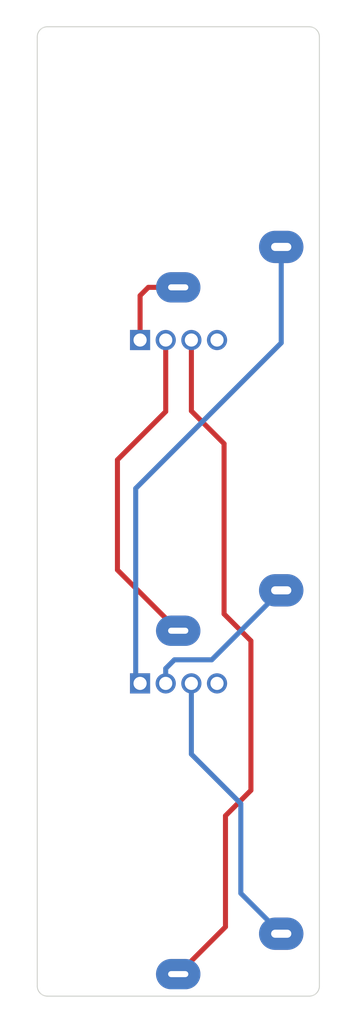
<source format=kicad_pcb>
(kicad_pcb (version 20210925) (generator pcbnew)
  (layers (0 "F.Cu" signal) (31 "B.Cu" signal) (34 "B.Paste" user) (35 "F.Paste" user) (36 "B.SilkS" user "B.Silkscreen") (37 "F.SilkS" user "F.Silkscreen") (38 "B.Mask" user) (39 "F.Mask" user) (44 "Edge.Cuts" user))
  (net 0 "")
  (net 1 "/LT_sw")
  (net 2 "/LM_sw")
  (net 3 "/LB_sw")
  (net 4 "/Row1")
  (net 5 "/Row2")
  (net 6 "/Row3")
  (footprint "Weteor:Kailh_Choc_1u" (layer "B.Cu") (at 152.4 73.48 180)
    (fp_text reference "SW1" hide)
    (fp_text value "SW_Push" hide)
    (pad "" np_thru_hole circle locked (at 5.5 0 90) (size 1.9 1.9) (drill 1.9) (layers *.Cu *.Mask))
    (pad "" np_thru_hole circle locked (at 0 0 90) (size 3.3 3.3) (drill 3.3) (layers *.Cu *.Mask))
    (pad "" np_thru_hole circle locked (at -5.5 0 90) (size 1.9 1.9) (drill 1.9) (layers *.Cu *.Mask))
    (pad "1" thru_hole oval locked (at -5.1 -3.9 180) (size 2.2 1.6) (drill oval 1 0.4) (layers *.Cu "F.Mask") (net 4 "/Row1"))
    (pad "2" thru_hole oval locked (at 0 -5.9 180) (size 2.2 1.5) (drill oval 1 0.3) (layers *.Cu "F.Mask") (net 1 "/LT_sw"))
  )
  (footprint "Weteor:Kailh_Choc_1u" (layer "B.Cu") (at 152.4 90.479999 180)
    (fp_text reference "SW2" hide)
    (fp_text value "SW_Push" hide)
    (pad "" np_thru_hole circle locked (at -5.5 0 90) (size 1.9 1.9) (drill 1.9) (layers *.Cu *.Mask))
    (pad "" np_thru_hole circle locked (at 0 0 90) (size 3.3 3.3) (drill 3.3) (layers *.Cu *.Mask))
    (pad "" np_thru_hole circle locked (at 5.5 0 90) (size 1.9 1.9) (drill 1.9) (layers *.Cu *.Mask))
    (pad "1" thru_hole oval locked (at -5.1 -3.9 180) (size 2.2 1.6) (drill oval 1 0.4) (layers *.Cu "F.Mask") (net 5 "/Row2"))
    (pad "2" thru_hole oval locked (at 0 -5.9 180) (size 2.2 1.5) (drill oval 1 0.3) (layers *.Cu "F.Mask") (net 2 "/LM_sw"))
  )
  (footprint "Weteor:Kailh_Choc_1u" (layer "B.Cu") (at 152.4 107.48 180)
    (fp_text reference "SW3" hide)
    (fp_text value "SW_Push" hide)
    (pad "" np_thru_hole circle locked (at -5.5 0 90) (size 1.9 1.9) (drill 1.9) (layers *.Cu *.Mask))
    (pad "" np_thru_hole circle locked (at 0 0 90) (size 3.3 3.3) (drill 3.3) (layers *.Cu *.Mask))
    (pad "" np_thru_hole circle locked (at 5.5 0 90) (size 1.9 1.9) (drill 1.9) (layers *.Cu *.Mask))
    (pad "1" thru_hole oval locked (at -5.1 -3.9 180) (size 2.2 1.6) (drill oval 1 0.4) (layers *.Cu "F.Mask") (net 6 "/Row3"))
    (pad "2" thru_hole oval locked (at 0 -5.9 180) (size 2.2 1.5) (drill oval 1 0.3) (layers *.Cu "F.Mask") (net 3 "/LB_sw"))
  )
  (footprint "Connector_PinHeader_1.27mm:PinHeader_1x04_P1.27mm_Vertical" (layer "B.Cu") (at 150.511391 81.988624 -90)
    (fp_text reference "J4" hide)
    (fp_text value "Conn_01x04")
    (pad "1" thru_hole rect (at 0 0 270) (size 1 1) (drill 0.65) (layers *.Cu *.Mask) (net 1 "/LT_sw"))
    (pad "2" thru_hole oval (at 0 -1.27 270) (size 1 1) (drill 0.65) (layers *.Cu *.Mask) (net 2 "/LM_sw"))
    (pad "3" thru_hole oval (at 0 -2.54 270) (size 1 1) (drill 0.65) (layers *.Cu *.Mask) (net 3 "/LB_sw"))
    (pad "4" thru_hole oval (at 0 -3.81 270) (size 1 1) (drill 0.65) (layers *.Cu *.Mask))
  )
  (footprint "Connector_PinHeader_1.27mm:PinHeader_1x04_P1.27mm_Vertical" (layer "B.Cu") (at 150.510605 98.986956 -90)
    (fp_text reference "J3" hide)
    (fp_text value "Conn_01x04")
    (pad "1" thru_hole rect (at 0 0 270) (size 1 1) (drill 0.65) (layers *.Cu *.Mask) (net 4 "/Row1"))
    (pad "2" thru_hole oval (at 0 -1.27 270) (size 1 1) (drill 0.65) (layers *.Cu *.Mask) (net 5 "/Row2"))
    (pad "3" thru_hole oval (at 0 -2.54 270) (size 1 1) (drill 0.65) (layers *.Cu *.Mask) (net 6 "/Row3"))
    (pad "4" thru_hole oval (at 0 -3.81 270) (size 1 1) (drill 0.65) (layers *.Cu *.Mask))
  )
  (gr_arc (start 145.92 113.970001) (end 145.92 114.47) (angle 90) (layer "Edge.Cuts") (width 0.05))
  (gr_arc (start 158.890002 113.970002) (end 159.39 113.97) (angle 90.00045837) (layer "Edge.Cuts") (width 0.05))
  (gr_line (start 145.92 114.47) (end 158.89 114.47) (layer "Edge.Cuts") (width 0.05))
  (gr_arc (start 145.919998 66.979998) (end 145.42 66.98) (angle 90.00045837) (layer "Edge.Cuts") (width 0.05))
  (gr_line (start 158.89 66.48) (end 145.92 66.48) (layer "Edge.Cuts") (width 0.05))
  (gr_arc (start 158.890002 66.979998) (end 158.89 66.48) (angle 90.00045837) (layer "Edge.Cuts") (width 0.05))
  (gr_line (start 145.42 113.97) (end 145.42 66.98) (layer "Edge.Cuts") (width 0.05))
  (gr_line (start 159.39 66.98) (end 159.39 113.97) (layer "Edge.Cuts") (width 0.05))
  (segment (start 150.92 79.38) (end 150.511391 79.788609) (width 0.25) (layer "F.Cu") (net 1))
  (segment (start 150.511391 79.788609) (end 150.511391 81.988624) (width 0.25) (layer "F.Cu") (net 1))
  (segment (start 152.4 79.38) (end 150.92 79.38) (width 0.25) (layer "F.Cu") (net 1))
  (segment (start 151.781391 85.528609) (end 149.39 87.92) (width 0.25) (layer "F.Cu") (net 2))
  (segment (start 151.781391 81.988624) (end 151.781391 85.528609) (width 0.25) (layer "F.Cu") (net 2))
  (segment (start 149.39 93.369999) (end 152.4 96.379999) (width 0.25) (layer "F.Cu") (net 2))
  (segment (start 149.39 87.92) (end 149.39 93.369999) (width 0.25) (layer "F.Cu") (net 2))
  (segment (start 154.67 87.12) (end 154.67 95.55) (width 0.25) (layer "F.Cu") (net 3))
  (segment (start 154.74 105.54) (end 154.74 111.04) (width 0.25) (layer "F.Cu") (net 3))
  (segment (start 153.051391 85.501391) (end 154.67 87.12) (width 0.25) (layer "F.Cu") (net 3))
  (segment (start 154.74 111.04) (end 152.4 113.38) (width 0.25) (layer "F.Cu") (net 3))
  (segment (start 156 104.28) (end 154.74 105.54) (width 0.25) (layer "F.Cu") (net 3))
  (segment (start 154.67 95.55) (end 156 96.88) (width 0.25) (layer "F.Cu") (net 3))
  (segment (start 153.051391 81.988624) (end 153.051391 85.501391) (width 0.25) (layer "F.Cu") (net 3))
  (segment (start 156 96.88) (end 156 104.28) (width 0.25) (layer "F.Cu") (net 3))
  (segment (start 157.5 82.13) (end 157.5 77.38) (width 0.25) (layer "B.Cu") (net 4))
  (segment (start 150.295479 98.77183) (end 150.295479 89.334521) (width 0.25) (layer "B.Cu") (net 4))
  (segment (start 150.295479 89.334521) (end 157.5 82.13) (width 0.25) (layer "B.Cu") (net 4))
  (segment (start 150.510605 98.986956) (end 150.295479 98.77183) (width 0.25) (layer "B.Cu") (net 4))
  (segment (start 152.21 97.82) (end 154.059999 97.82) (width 0.25) (layer "B.Cu") (net 5))
  (segment (start 154.059999 97.82) (end 157.5 94.379999) (width 0.25) (layer "B.Cu") (net 5))
  (segment (start 151.780605 98.249395) (end 152.21 97.82) (width 0.25) (layer "B.Cu") (net 5))
  (segment (start 151.780605 98.986956) (end 151.780605 98.249395) (width 0.25) (layer "B.Cu") (net 5))
  (segment (start 155.5 104.94) (end 155.5 109.38) (width 0.25) (layer "B.Cu") (net 6))
  (segment (start 153.050605 102.490605) (end 155.5 104.94) (width 0.25) (layer "B.Cu") (net 6))
  (segment (start 153.050605 98.986956) (end 153.050605 102.490605) (width 0.25) (layer "B.Cu") (net 6))
  (segment (start 155.5 109.38) (end 157.5 111.38) (width 0.25) (layer "B.Cu") (net 6))
)
</source>
